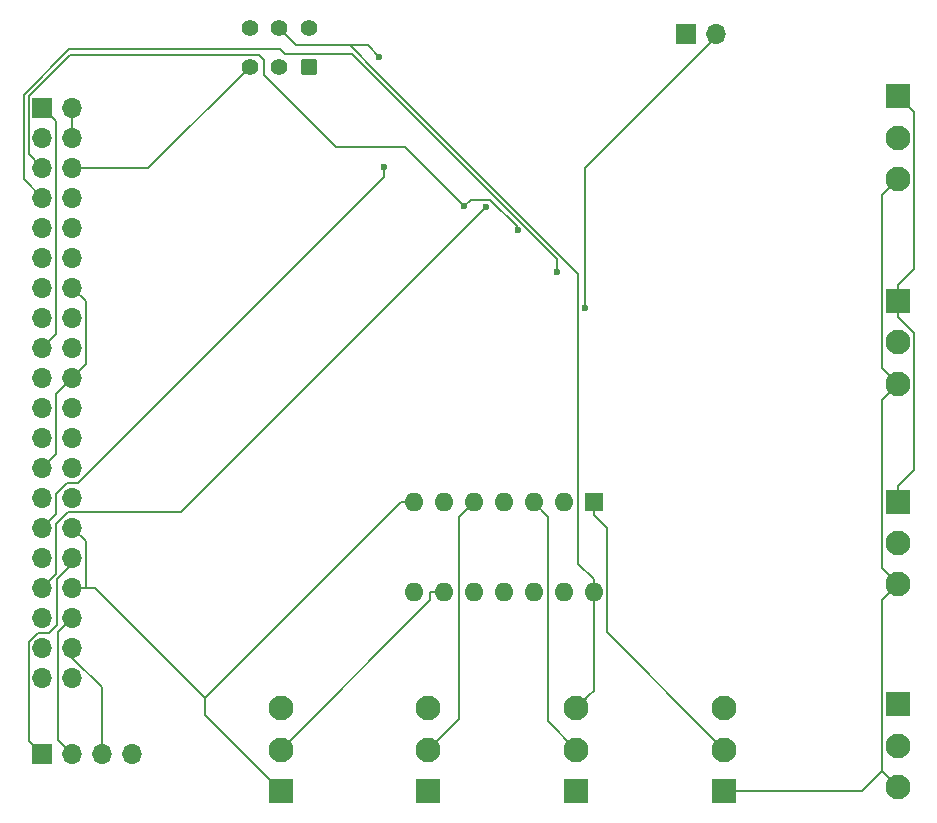
<source format=gbl>
%TF.GenerationSoftware,KiCad,Pcbnew,8.0.5*%
%TF.CreationDate,2024-10-29T23:26:29-04:00*%
%TF.ProjectId,Jetson_Extension_Board,4a657473-6f6e-45f4-9578-74656e73696f,rev?*%
%TF.SameCoordinates,Original*%
%TF.FileFunction,Copper,L2,Bot*%
%TF.FilePolarity,Positive*%
%FSLAX46Y46*%
G04 Gerber Fmt 4.6, Leading zero omitted, Abs format (unit mm)*
G04 Created by KiCad (PCBNEW 8.0.5) date 2024-10-29 23:26:29*
%MOMM*%
%LPD*%
G01*
G04 APERTURE LIST*
G04 Aperture macros list*
%AMRoundRect*
0 Rectangle with rounded corners*
0 $1 Rounding radius*
0 $2 $3 $4 $5 $6 $7 $8 $9 X,Y pos of 4 corners*
0 Add a 4 corners polygon primitive as box body*
4,1,4,$2,$3,$4,$5,$6,$7,$8,$9,$2,$3,0*
0 Add four circle primitives for the rounded corners*
1,1,$1+$1,$2,$3*
1,1,$1+$1,$4,$5*
1,1,$1+$1,$6,$7*
1,1,$1+$1,$8,$9*
0 Add four rect primitives between the rounded corners*
20,1,$1+$1,$2,$3,$4,$5,0*
20,1,$1+$1,$4,$5,$6,$7,0*
20,1,$1+$1,$6,$7,$8,$9,0*
20,1,$1+$1,$8,$9,$2,$3,0*%
G04 Aperture macros list end*
%TA.AperFunction,ComponentPad*%
%ADD10R,2.100000X2.100000*%
%TD*%
%TA.AperFunction,ComponentPad*%
%ADD11C,2.100000*%
%TD*%
%TA.AperFunction,ComponentPad*%
%ADD12R,1.700000X1.700000*%
%TD*%
%TA.AperFunction,ComponentPad*%
%ADD13O,1.700000X1.700000*%
%TD*%
%TA.AperFunction,ComponentPad*%
%ADD14RoundRect,0.250000X0.450000X0.450000X-0.450000X0.450000X-0.450000X-0.450000X0.450000X-0.450000X0*%
%TD*%
%TA.AperFunction,ComponentPad*%
%ADD15C,1.400000*%
%TD*%
%TA.AperFunction,ComponentPad*%
%ADD16R,1.600000X1.600000*%
%TD*%
%TA.AperFunction,ComponentPad*%
%ADD17O,1.600000X1.600000*%
%TD*%
%TA.AperFunction,ViaPad*%
%ADD18C,0.600000*%
%TD*%
%TA.AperFunction,Conductor*%
%ADD19C,0.200000*%
%TD*%
G04 APERTURE END LIST*
D10*
%TO.P,J3,1,1*%
%TO.N,GND*%
X141652500Y-137130000D03*
D11*
%TO.P,J3,2,2*%
%TO.N,Net-(J3-Pad2)*%
X141652500Y-133630000D03*
%TO.P,J3,3,3*%
%TO.N,/SchmittTrigger(74LV14)/5V*%
X141652500Y-130130000D03*
%TD*%
D10*
%TO.P,J7,1,1*%
%TO.N,/ADC/3.3V*%
X168900000Y-129805000D03*
D11*
%TO.P,J7,2,2*%
%TO.N,/ADC/Signal 1*%
X168900000Y-133305000D03*
%TO.P,J7,3,3*%
%TO.N,GND*%
X168900000Y-136805000D03*
%TD*%
D10*
%TO.P,J4,1,1*%
%TO.N,GND*%
X129152500Y-137130000D03*
D11*
%TO.P,J4,2,2*%
%TO.N,Net-(J4-Pad2)*%
X129152500Y-133630000D03*
%TO.P,J4,3,3*%
%TO.N,/SchmittTrigger(74LV14)/5V*%
X129152500Y-130130000D03*
%TD*%
D12*
%TO.P,J6,1,Pin_1*%
%TO.N,3.3V*%
X96460000Y-79280000D03*
D13*
%TO.P,J6,2,Pin_2*%
%TO.N,5V*%
X99000000Y-79280000D03*
%TO.P,J6,3,Pin_3*%
%TO.N,/I2C_2_SDA*%
X96460000Y-81820000D03*
%TO.P,J6,4,Pin_4*%
%TO.N,5V*%
X99000000Y-81820000D03*
%TO.P,J6,5,Pin_5*%
%TO.N,/I2C_2_SCL*%
X96460000Y-84360000D03*
%TO.P,J6,6,Pin_6*%
%TO.N,GND*%
X99000000Y-84360000D03*
%TO.P,J6,7,Pin_7*%
%TO.N,ADC ALERT*%
X96460000Y-86900000D03*
%TO.P,J6,8,Pin_8*%
%TO.N,/UART_2_TX*%
X99000000Y-86900000D03*
%TO.P,J6,9,Pin_9*%
%TO.N,GND*%
X96460000Y-89440000D03*
%TO.P,J6,10,Pin_10*%
%TO.N,/UART_2_RX*%
X99000000Y-89440000D03*
%TO.P,J6,11,Pin_11*%
%TO.N,/gpio50*%
X96460000Y-91980000D03*
%TO.P,J6,12,Pin_12*%
%TO.N,/gpio79*%
X99000000Y-91980000D03*
%TO.P,J6,13,Pin_13*%
%TO.N,/gpio14*%
X96460000Y-94520000D03*
%TO.P,J6,14,Pin_14*%
%TO.N,GND*%
X99000000Y-94520000D03*
%TO.P,J6,15,Pin_15*%
%TO.N,/gpio194*%
X96460000Y-97060000D03*
%TO.P,J6,16,Pin_16*%
%TO.N,/gpio232*%
X99000000Y-97060000D03*
%TO.P,J6,17,Pin_17*%
%TO.N,3.3V*%
X96460000Y-99600000D03*
%TO.P,J6,18,Pin_18*%
%TO.N,/gpio15*%
X99000000Y-99600000D03*
%TO.P,J6,19,Pin_19*%
%TO.N,/gpio16*%
X96460000Y-102140000D03*
%TO.P,J6,20,Pin_20*%
%TO.N,GND*%
X99000000Y-102140000D03*
%TO.P,J6,21,Pin_21*%
%TO.N,/gpio17*%
X96460000Y-104680000D03*
%TO.P,J6,22,Pin_22*%
%TO.N,/gpio13*%
X99000000Y-104680000D03*
%TO.P,J6,23,Pin_23*%
%TO.N,/gpio18*%
X96460000Y-107220000D03*
%TO.P,J6,24,Pin_24*%
%TO.N,/gpio19*%
X99000000Y-107220000D03*
%TO.P,J6,25,Pin_25*%
%TO.N,GND*%
X96460000Y-109760000D03*
%TO.P,J6,26,Pin_26*%
%TO.N,/gpio20*%
X99000000Y-109760000D03*
%TO.P,J6,27,Pin_27*%
%TO.N,/I2C_1_SDA*%
X96460000Y-112300000D03*
%TO.P,J6,28,Pin_28*%
%TO.N,/I2C_1_SCL*%
X99000000Y-112300000D03*
%TO.P,J6,29,Pin_29*%
%TO.N,IMU nRESET*%
X96460000Y-114840000D03*
%TO.P,J6,30,Pin_30*%
%TO.N,GND*%
X99000000Y-114840000D03*
%TO.P,J6,31,Pin_31*%
%TO.N,IMU INT*%
X96460000Y-117380000D03*
%TO.P,J6,32,Pin_32*%
%TO.N,ST 1*%
X99000000Y-117380000D03*
%TO.P,J6,33,Pin_33*%
%TO.N,IMU nBOOT*%
X96460000Y-119920000D03*
%TO.P,J6,34,Pin_34*%
%TO.N,GND*%
X99000000Y-119920000D03*
%TO.P,J6,35,Pin_35*%
%TO.N,COM 3*%
X96460000Y-122460000D03*
%TO.P,J6,36,Pin_36*%
%TO.N,ST 2*%
X99000000Y-122460000D03*
%TO.P,J6,37,Pin_37*%
%TO.N,/gpio12*%
X96460000Y-125000000D03*
%TO.P,J6,38,Pin_38*%
%TO.N,ST 3*%
X99000000Y-125000000D03*
%TO.P,J6,39,Pin_39*%
%TO.N,GND*%
X96460000Y-127540000D03*
%TO.P,J6,40,Pin_40*%
%TO.N,ST 4*%
X99000000Y-127540000D03*
%TD*%
D10*
%TO.P,J10,1,1*%
%TO.N,/ADC/3.3V*%
X168900000Y-78305000D03*
D11*
%TO.P,J10,2,2*%
%TO.N,/ADC/Signal 4*%
X168900000Y-81805000D03*
%TO.P,J10,3,3*%
%TO.N,GND*%
X168900000Y-85305000D03*
%TD*%
D12*
%TO.P,J11,1,Pin_1*%
%TO.N,ST 1*%
X96420000Y-134000000D03*
D13*
%TO.P,J11,2,Pin_2*%
%TO.N,ST 2*%
X98960000Y-134000000D03*
%TO.P,J11,3,Pin_3*%
%TO.N,ST 3*%
X101500000Y-134000000D03*
%TO.P,J11,4,Pin_4*%
%TO.N,ST 4*%
X104040000Y-134000000D03*
%TD*%
D10*
%TO.P,J8,1,1*%
%TO.N,/ADC/3.3V*%
X168900000Y-112642500D03*
D11*
%TO.P,J8,2,2*%
%TO.N,/ADC/Signal 2*%
X168900000Y-116142500D03*
%TO.P,J8,3,3*%
%TO.N,GND*%
X168900000Y-119642500D03*
%TD*%
D10*
%TO.P,J9,1,1*%
%TO.N,/ADC/3.3V*%
X168900000Y-95642500D03*
D11*
%TO.P,J9,2,2*%
%TO.N,/ADC/Signal 3*%
X168900000Y-99142500D03*
%TO.P,J9,3,3*%
%TO.N,GND*%
X168900000Y-102642500D03*
%TD*%
D12*
%TO.P,J1,1,Pin_1*%
%TO.N,/I2C_2_SCL*%
X150960000Y-73000000D03*
D13*
%TO.P,J1,2,Pin_2*%
%TO.N,/I2C_2_SDA*%
X153500000Y-73000000D03*
%TD*%
D14*
%TO.P,SW1,1,A*%
%TO.N,3.3V*%
X119000000Y-75800000D03*
D15*
%TO.P,SW1,2,B*%
%TO.N,/ADC/3.3V*%
X116500000Y-75800000D03*
%TO.P,SW1,3,C*%
%TO.N,GND*%
X114000000Y-75800000D03*
%TO.P,SW1,4,A*%
%TO.N,5V*%
X114000000Y-72500000D03*
%TO.P,SW1,5,B*%
%TO.N,/SchmittTrigger(74LV14)/5V*%
X116500000Y-72500000D03*
%TO.P,SW1,6,C*%
%TO.N,GND*%
X119000000Y-72500000D03*
%TD*%
D16*
%TO.P,U2,1*%
%TO.N,Net-(J2-Pad2)*%
X143125000Y-112700000D03*
D17*
%TO.P,U2,2*%
%TO.N,ST 1*%
X140585000Y-112700000D03*
%TO.P,U2,3*%
%TO.N,Net-(J3-Pad2)*%
X138045000Y-112700000D03*
%TO.P,U2,4*%
%TO.N,ST 2*%
X135505000Y-112700000D03*
%TO.P,U2,5*%
%TO.N,Net-(J4-Pad2)*%
X132965000Y-112700000D03*
%TO.P,U2,6*%
%TO.N,ST 3*%
X130425000Y-112700000D03*
%TO.P,U2,7,GND*%
%TO.N,GND*%
X127885000Y-112700000D03*
%TO.P,U2,8*%
%TO.N,ST 4*%
X127885000Y-120320000D03*
%TO.P,U2,9*%
%TO.N,Net-(J5-Pad2)*%
X130425000Y-120320000D03*
%TO.P,U2,10*%
%TO.N,unconnected-(U2-Pad10)*%
X132965000Y-120320000D03*
%TO.P,U2,11*%
%TO.N,unconnected-(U2-Pad11)*%
X135505000Y-120320000D03*
%TO.P,U2,12*%
%TO.N,unconnected-(U2-Pad12)*%
X138045000Y-120320000D03*
%TO.P,U2,13*%
%TO.N,unconnected-(U2-Pad13)*%
X140585000Y-120320000D03*
%TO.P,U2,14,5V*%
%TO.N,/SchmittTrigger(74LV14)/5V*%
X143125000Y-120320000D03*
%TD*%
D10*
%TO.P,J2,1,1*%
%TO.N,GND*%
X154152500Y-137130000D03*
D11*
%TO.P,J2,2,2*%
%TO.N,Net-(J2-Pad2)*%
X154152500Y-133630000D03*
%TO.P,J2,3,3*%
%TO.N,/SchmittTrigger(74LV14)/5V*%
X154152500Y-130130000D03*
%TD*%
D10*
%TO.P,J5,1,1*%
%TO.N,GND*%
X116652500Y-137130000D03*
D11*
%TO.P,J5,2,2*%
%TO.N,Net-(J5-Pad2)*%
X116652500Y-133630000D03*
%TO.P,J5,3,3*%
%TO.N,/SchmittTrigger(74LV14)/5V*%
X116652500Y-130130000D03*
%TD*%
D18*
%TO.N,IMU nBOOT*%
X134064000Y-87669000D03*
%TO.N,IMU nRESET*%
X125392000Y-84257100D03*
%TO.N,/I2C_2_SDA*%
X142439000Y-96246800D03*
%TO.N,/I2C_2_SCL*%
X136700000Y-89618300D03*
X132196000Y-87597300D03*
%TO.N,ADC ALERT*%
X140055000Y-93192400D03*
%TO.N,/SchmittTrigger(74LV14)/5V*%
X125000000Y-75000000D03*
%TD*%
D19*
%TO.N,GND*%
X99000000Y-102140000D02*
X100158000Y-100982000D01*
X100152000Y-115992000D02*
X100152000Y-119920000D01*
X110248000Y-129252000D02*
X110232000Y-129252000D01*
X99000000Y-114840000D02*
X100152000Y-115992000D01*
X154152000Y-137130000D02*
X154152500Y-137130000D01*
X154152500Y-137130000D02*
X165872000Y-137130000D01*
X100158000Y-95678000D02*
X99000000Y-94520000D01*
X168731000Y-119811000D02*
X168731500Y-119811000D01*
X97611700Y-103528300D02*
X97611700Y-108608300D01*
X99000000Y-102140000D02*
X97611700Y-103528300D01*
X100158000Y-100982000D02*
X100158000Y-95678000D01*
X105440000Y-84360000D02*
X114000000Y-75800000D01*
X167548000Y-86656700D02*
X168900000Y-85305000D01*
X168731000Y-102811000D02*
X168900000Y-102642000D01*
X126800000Y-112700000D02*
X110248000Y-129252000D01*
X165872000Y-137130000D02*
X167548000Y-135453000D01*
X99000000Y-119920000D02*
X100152000Y-119920000D01*
X168562000Y-119980000D02*
X168731000Y-119811000D01*
X168731500Y-102811000D02*
X168900000Y-102642500D01*
X110232000Y-130732000D02*
X116630000Y-137130000D01*
X168900000Y-119642000D02*
X167548000Y-118291000D01*
X168224000Y-103318000D02*
X168562000Y-102980000D01*
X168900000Y-136805000D02*
X167548000Y-135453000D01*
X168224000Y-120318000D02*
X168562000Y-119980000D01*
X167548000Y-101291000D02*
X167548000Y-86656700D01*
X99000000Y-84360000D02*
X105440000Y-84360000D01*
X167548000Y-120994000D02*
X168224000Y-120318000D01*
X167548000Y-118291000D02*
X167548000Y-103994000D01*
X116630000Y-137130000D02*
X116652500Y-137130000D01*
X168224000Y-120318000D02*
X168562000Y-119980000D01*
X168224000Y-103318000D02*
X168562000Y-102980000D01*
X168900000Y-102642000D02*
X167548000Y-101291000D01*
X168562000Y-102980000D02*
X168731000Y-102811000D01*
X168731500Y-119811000D02*
X168900000Y-119642500D01*
X100900000Y-119920000D02*
X100152000Y-119920000D01*
X168731000Y-119811000D02*
X168900000Y-119642000D01*
X110232000Y-129252000D02*
X110232000Y-130732000D01*
X168562000Y-102980000D02*
X168731000Y-102811000D01*
X168562000Y-119980000D02*
X168731000Y-119811000D01*
X168731000Y-102811000D02*
X168731500Y-102811000D01*
X167548000Y-135453000D02*
X167548000Y-120994000D01*
X127885000Y-112700000D02*
X126800000Y-112700000D01*
X168731000Y-119811000D02*
X168900000Y-119642000D01*
X167548000Y-103994000D02*
X168224000Y-103318000D01*
X110232000Y-129252000D02*
X100900000Y-119920000D01*
X97611700Y-108608300D02*
X96460000Y-109760000D01*
X168731000Y-102811000D02*
X168900000Y-102642000D01*
%TO.N,3.3V*%
X97611700Y-80431700D02*
X97611700Y-98448300D01*
X96460000Y-79280000D02*
X97611700Y-80431700D01*
X97611700Y-98448300D02*
X96460000Y-99600000D01*
%TO.N,Net-(J2-Pad2)*%
X144227000Y-123704000D02*
X152977000Y-132455000D01*
X143125000Y-112700000D02*
X143125000Y-113802000D01*
X152978000Y-132455000D02*
X153565000Y-133042500D01*
X153565000Y-133042500D02*
X154152000Y-133630000D01*
X143125000Y-113802000D02*
X144227000Y-114903000D01*
X144227000Y-114903000D02*
X144227000Y-123704000D01*
X153565000Y-133042500D02*
X154152500Y-133630000D01*
X152977000Y-132455000D02*
X152978000Y-132455000D01*
X154152000Y-133630000D02*
X152977000Y-132455000D01*
%TO.N,5V*%
X99000000Y-81820000D02*
X99000000Y-79280000D01*
%TO.N,Net-(J3-Pad2)*%
X138045000Y-112700000D02*
X139250000Y-113905000D01*
X139250000Y-113905000D02*
X139250000Y-131228000D01*
X139250000Y-131228000D02*
X141652000Y-133630000D01*
X141652000Y-133630000D02*
X141652500Y-133630000D01*
%TO.N,Net-(J4-Pad2)*%
X132965000Y-112700000D02*
X131750000Y-113915000D01*
X131750000Y-113915000D02*
X131750000Y-131032000D01*
X129152500Y-133629500D02*
X129152500Y-133630000D01*
X129152500Y-133629500D02*
X129152000Y-133630000D01*
X131750000Y-131032000D02*
X129152500Y-133629500D01*
%TO.N,Net-(J5-Pad2)*%
X116652500Y-133629500D02*
X129323000Y-120959000D01*
X129323000Y-120320000D02*
X130425000Y-120320000D01*
X116652500Y-133629500D02*
X116652500Y-133630000D01*
X116652000Y-133630000D02*
X116652500Y-133629500D01*
X129323000Y-120959000D02*
X129323000Y-120320000D01*
%TO.N,IMU nBOOT*%
X96460000Y-119920000D02*
X97611700Y-118768300D01*
X97611700Y-118768300D02*
X97611700Y-114540000D01*
X97611700Y-114540000D02*
X98631900Y-113520000D01*
X108213000Y-113520000D02*
X134064000Y-87669000D01*
X98631900Y-113520000D02*
X108213000Y-113520000D01*
%TO.N,IMU nRESET*%
X99470000Y-111030000D02*
X125392000Y-85108000D01*
X96460000Y-114840000D02*
X97611700Y-113688300D01*
X125392000Y-85108000D02*
X125392000Y-84257100D01*
X97611700Y-112000000D02*
X98581600Y-111030000D01*
X98581600Y-111030000D02*
X99470000Y-111030000D01*
X97611700Y-113688300D02*
X97611700Y-112000000D01*
%TO.N,/I2C_2_SDA*%
X142439000Y-84386853D02*
X142439000Y-96246800D01*
X153500000Y-73000000D02*
X153500000Y-73325853D01*
X153500000Y-73325853D02*
X142439000Y-84386853D01*
%TO.N,/I2C_2_SCL*%
X114775400Y-74775400D02*
X115250000Y-75250000D01*
X132196000Y-87597300D02*
X132735000Y-87058300D01*
X95289800Y-83189800D02*
X95289800Y-78312800D01*
X132735000Y-87058300D02*
X134383000Y-87058300D01*
X115250000Y-76500000D02*
X121324400Y-82574400D01*
X96460000Y-84360000D02*
X95289800Y-83189800D01*
X134383000Y-87058300D02*
X136700000Y-89375600D01*
X98827200Y-74775400D02*
X114775400Y-74775400D01*
X115250000Y-75250000D02*
X115250000Y-76500000D01*
X95289800Y-78312800D02*
X98827200Y-74775400D01*
X136700000Y-89375600D02*
X136700000Y-89618300D01*
X121324400Y-82574400D02*
X127174000Y-82574400D01*
X127174000Y-82574400D02*
X132196000Y-87597300D01*
%TO.N,ST 1*%
X99000000Y-117380000D02*
X99000000Y-117945686D01*
X97051500Y-123730000D02*
X96055800Y-123730000D01*
X97730000Y-123051500D02*
X97051500Y-123730000D01*
X95303700Y-124482000D02*
X95303700Y-132883700D01*
X97730000Y-119215686D02*
X97730000Y-123051500D01*
X95303700Y-132883700D02*
X96420000Y-134000000D01*
X96055800Y-123730000D02*
X95303700Y-124482000D01*
X99000000Y-117945686D02*
X97730000Y-119215686D01*
%TO.N,ADC ALERT*%
X140055000Y-92112900D02*
X140055000Y-93192400D01*
X122693000Y-74750700D02*
X140055000Y-92112900D01*
X117032000Y-74750700D02*
X122693000Y-74750700D01*
X116614000Y-74332400D02*
X117032000Y-74750700D01*
X94865100Y-78169400D02*
X98702100Y-74332400D01*
X98702100Y-74332400D02*
X116614000Y-74332400D01*
X96460000Y-86900000D02*
X94865100Y-85305100D01*
X94865100Y-85305100D02*
X94865100Y-78169400D01*
%TO.N,ST 3*%
X99000000Y-125864000D02*
X101500000Y-128364000D01*
X101500000Y-128364000D02*
X101500000Y-134000000D01*
X99000000Y-125000000D02*
X99000000Y-125864000D01*
%TO.N,ST 2*%
X97806900Y-132846900D02*
X98960000Y-134000000D01*
X97806900Y-123653100D02*
X97806900Y-132846900D01*
X99000000Y-122460000D02*
X97806900Y-123653100D01*
%TO.N,/ADC/3.3V*%
X168900000Y-94290800D02*
X168900000Y-95642500D01*
X168900000Y-78305000D02*
X170252000Y-79657000D01*
X170252000Y-109939000D02*
X170252000Y-98345900D01*
X168900000Y-96994200D02*
X168900000Y-95642500D01*
X170252000Y-79657000D02*
X170252000Y-92939100D01*
X170252000Y-98345900D02*
X168900000Y-96994200D01*
X168900000Y-112642500D02*
X168900000Y-112642000D01*
X168900000Y-111291000D02*
X170252000Y-109939000D01*
X168900000Y-112642000D02*
X168900000Y-111291000D01*
X170252000Y-92939100D02*
X168900000Y-94290800D01*
%TO.N,/SchmittTrigger(74LV14)/5V*%
X143125000Y-120320000D02*
X143125000Y-128658000D01*
X142756500Y-129026000D02*
X142388000Y-129394000D01*
X122508600Y-73991400D02*
X122466000Y-73948800D01*
X122466000Y-73948800D02*
X117949000Y-73948800D01*
X123991400Y-73991400D02*
X125000000Y-75000000D01*
X117949000Y-73948800D02*
X116500000Y-72500000D01*
X142756500Y-129026000D02*
X141652500Y-130130000D01*
X143125000Y-128658000D02*
X142756500Y-129026000D01*
X124914400Y-76397200D02*
X122508600Y-73991400D01*
X143125000Y-120320000D02*
X143125000Y-119218000D01*
X143125000Y-119218000D02*
X141837000Y-117930000D01*
X122508600Y-73991400D02*
X123991400Y-73991400D01*
X141837000Y-93319400D02*
X124914400Y-76397200D01*
X141837000Y-117930000D02*
X141837000Y-93319400D01*
%TD*%
M02*

</source>
